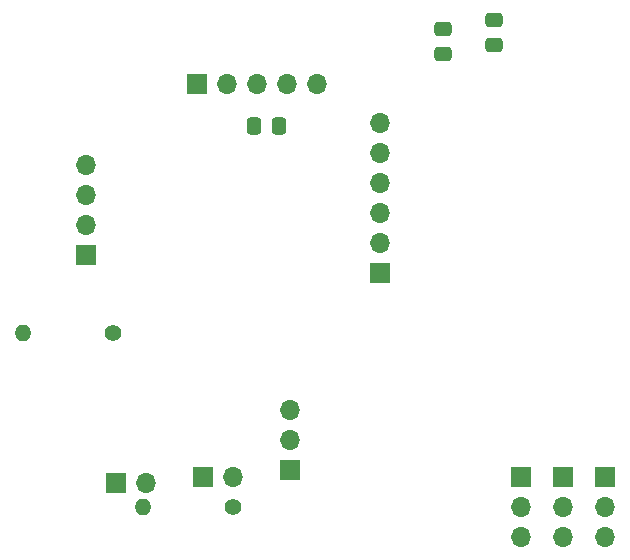
<source format=gts>
%TF.GenerationSoftware,KiCad,Pcbnew,7.0.1*%
%TF.CreationDate,2023-04-28T23:06:09+02:00*%
%TF.ProjectId,test_ADC_and_CurrentSensors,74657374-5f41-4444-935f-616e645f4375,rev?*%
%TF.SameCoordinates,Original*%
%TF.FileFunction,Soldermask,Top*%
%TF.FilePolarity,Negative*%
%FSLAX46Y46*%
G04 Gerber Fmt 4.6, Leading zero omitted, Abs format (unit mm)*
G04 Created by KiCad (PCBNEW 7.0.1) date 2023-04-28 23:06:09*
%MOMM*%
%LPD*%
G01*
G04 APERTURE LIST*
G04 Aperture macros list*
%AMRoundRect*
0 Rectangle with rounded corners*
0 $1 Rounding radius*
0 $2 $3 $4 $5 $6 $7 $8 $9 X,Y pos of 4 corners*
0 Add a 4 corners polygon primitive as box body*
4,1,4,$2,$3,$4,$5,$6,$7,$8,$9,$2,$3,0*
0 Add four circle primitives for the rounded corners*
1,1,$1+$1,$2,$3*
1,1,$1+$1,$4,$5*
1,1,$1+$1,$6,$7*
1,1,$1+$1,$8,$9*
0 Add four rect primitives between the rounded corners*
20,1,$1+$1,$2,$3,$4,$5,0*
20,1,$1+$1,$4,$5,$6,$7,0*
20,1,$1+$1,$6,$7,$8,$9,0*
20,1,$1+$1,$8,$9,$2,$3,0*%
G04 Aperture macros list end*
%ADD10RoundRect,0.250000X0.337500X0.475000X-0.337500X0.475000X-0.337500X-0.475000X0.337500X-0.475000X0*%
%ADD11R,1.700000X1.700000*%
%ADD12O,1.700000X1.700000*%
%ADD13RoundRect,0.250000X-0.475000X0.337500X-0.475000X-0.337500X0.475000X-0.337500X0.475000X0.337500X0*%
%ADD14C,1.400000*%
%ADD15O,1.400000X1.400000*%
G04 APERTURE END LIST*
D10*
%TO.C,C9*%
X47265500Y-42672000D03*
X45190500Y-42672000D03*
%TD*%
D11*
%TO.C,J8*%
X74930000Y-72390000D03*
D12*
X74930000Y-74930000D03*
X74930000Y-77470000D03*
%TD*%
D11*
%TO.C,J4*%
X55880000Y-55118000D03*
D12*
X55880000Y-52578000D03*
X55880000Y-50038000D03*
X55880000Y-47498000D03*
X55880000Y-44958000D03*
X55880000Y-42418000D03*
%TD*%
D13*
%TO.C,C6*%
X65532000Y-33760500D03*
X65532000Y-35835500D03*
%TD*%
D11*
%TO.C,J6*%
X67818000Y-72390000D03*
D12*
X67818000Y-74930000D03*
X67818000Y-77470000D03*
%TD*%
D13*
%TO.C,C7*%
X61214000Y-34522500D03*
X61214000Y-36597500D03*
%TD*%
D11*
%TO.C,J2*%
X40386000Y-39116000D03*
D12*
X42926000Y-39116000D03*
X45466000Y-39116000D03*
X48006000Y-39116000D03*
X50546000Y-39116000D03*
%TD*%
D11*
%TO.C,J3*%
X48260000Y-71802000D03*
D12*
X48260000Y-69262000D03*
X48260000Y-66722000D03*
%TD*%
D11*
%TO.C,J5*%
X40889000Y-72390000D03*
D12*
X43429000Y-72390000D03*
%TD*%
D14*
%TO.C,R8*%
X33274000Y-60198000D03*
D15*
X25654000Y-60198000D03*
%TD*%
D11*
%TO.C,J9*%
X33523000Y-72898000D03*
D12*
X36063000Y-72898000D03*
%TD*%
D11*
%TO.C,J7*%
X71374000Y-72390000D03*
D12*
X71374000Y-74930000D03*
X71374000Y-77470000D03*
%TD*%
D11*
%TO.C,J1*%
X30988000Y-53594000D03*
D12*
X30988000Y-51054000D03*
X30988000Y-48514000D03*
X30988000Y-45974000D03*
%TD*%
D14*
%TO.C,R7*%
X43434000Y-74930000D03*
D15*
X35814000Y-74930000D03*
%TD*%
M02*

</source>
